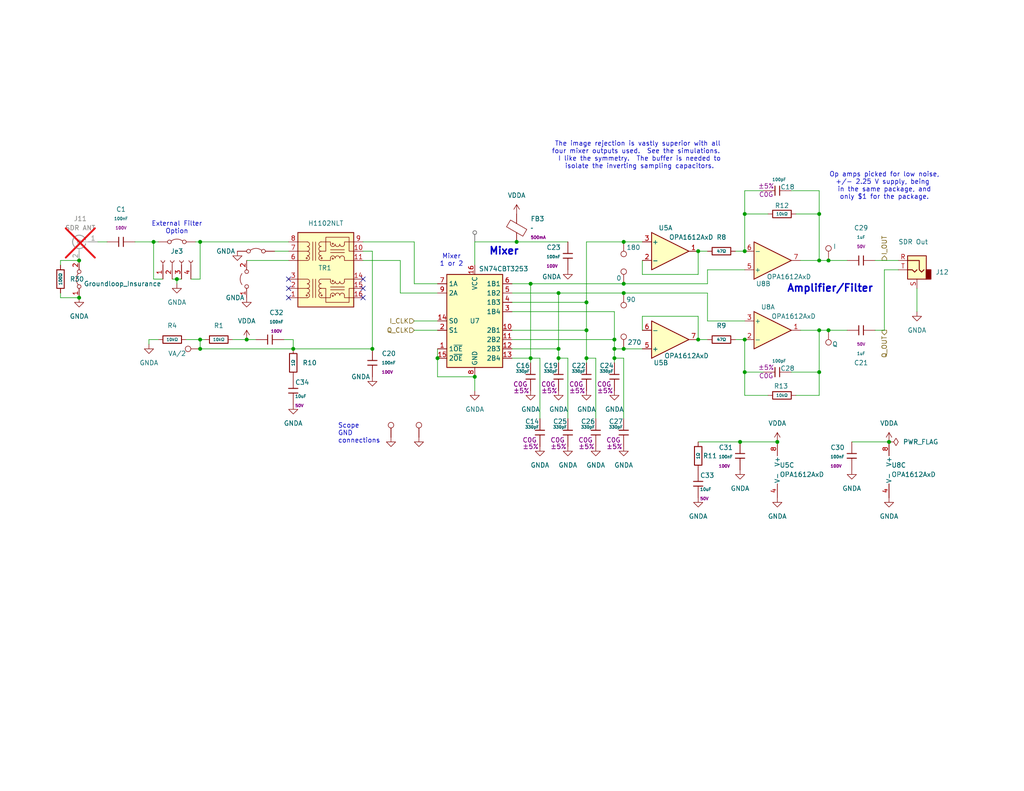
<source format=kicad_sch>
(kicad_sch (version 20250114) (generator "eeschema") (generator_version "9.0")
  (paper "USLetter")
  (title_block (date "2026-01-11") (rev "0.1"))
  (text "Mixer\n1 or 2" (at 123.19 71.12 0) (effects (font (size 1.27 1.27))))
  (text "Op amps picked for low noise,\n+/- 2.25 V supply, being \nin the same package, and\nonly $1 for the package." (at 241.3 50.8 0) (effects (font (size 1.27 1.27))))
  (text "External Filter\nOption" (at 48.26 62.23 0) (effects (font (size 1.27 1.27))))
  (text "The image rejection is vastly superior with all \nfour mixer outputs used.  See the simulations.  \nI like the symmetry.  The buffer is needed to\nisolate the inverting sampling capacitors." (at 174.498 42.418 0) (effects (font (size 1.27 1.27))))
  (text "Mixer" (at 133.35 69.85 0) (effects (font (size 2.0066 2.0066) (thickness 0.4013) (bold yes)) (justify left bottom)))
  (text "Scope \nGND\nconnections" (at 92.202 121.158 0) (effects (font (size 1.27 1.27)) (justify left bottom)))
  (text "Amplifier/Filter\n" (at 214.63 80.01 0) (effects (font (size 2.0066 2.0066) (thickness 0.4013) (bold yes)) (justify left bottom)))
  (junction (at 80.01 95.25))
  (junction (at 201.93 120.65))
  (junction (at 167.64 92.71))
  (junction (at 41.91 66.04))
  (junction (at 140.97 66.04))
  (junction (at 167.64 95.25))
  (junction (at 152.4 95.25))
  (junction (at 190.5 92.71))
  (junction (at 160.02 90.17))
  (junction (at 54.61 92.71))
  (junction (at 203.2 92.71))
  (junction (at 48.26 76.2))
  (junction (at 223.52 58.42))
  (junction (at 21.59 71.12))
  (junction (at 144.78 97.79))
  (junction (at 167.64 97.79))
  (junction (at 226.06 71.12))
  (junction (at 223.52 90.17))
  (junction (at 203.2 101.6))
  (junction (at 223.52 101.6))
  (junction (at 170.18 95.25))
  (junction (at 160.02 97.79))
  (junction (at 203.2 68.58))
  (junction (at 203.2 58.42))
  (junction (at 160.02 82.55))
  (junction (at 144.78 77.47))
  (junction (at 152.4 80.01))
  (junction (at 212.09 120.65))
  (junction (at 67.31 92.71))
  (junction (at 152.4 97.79))
  (junction (at 54.61 66.04))
  (junction (at 129.54 102.87))
  (junction (at 54.61 95.25))
  (junction (at 170.18 80.01))
  (junction (at 21.59 81.28))
  (junction (at 170.18 66.04))
  (junction (at 223.52 71.12))
  (junction (at 119.38 97.79))
  (junction (at 170.18 77.47))
  (junction (at 242.57 120.65))
  (junction (at 226.06 90.17))
  (junction (at 101.6 95.25))
  (junction (at 190.5 68.58))
  (no_connect (at 99.06 81.28))
  (no_connect (at 78.74 81.28))
  (no_connect (at 78.74 78.74))
  (no_connect (at 99.06 78.74))
  (no_connect (at 99.06 76.2))
  (no_connect (at 78.74 76.2))
  (wire (pts (xy 203.2 58.42) (xy 203.2 68.58)))
  (wire (pts (xy 190.5 68.58) (xy 190.5 74.93)))
  (wire (pts (xy 139.7 80.01) (xy 152.4 80.01)))
  (wire (pts (xy 99.06 71.12) (xy 109.22 71.12)))
  (wire (pts (xy 223.52 52.07) (xy 223.52 58.42)))
  (wire (pts (xy 109.22 71.12) (xy 109.22 80.01)))
  (wire (pts (xy 119.38 102.87) (xy 129.54 102.87)))
  (wire (pts (xy 190.5 92.71) (xy 193.04 92.71)))
  (wire (pts (xy 109.22 80.01) (xy 119.38 80.01)))
  (wire (pts (xy 119.38 95.25) (xy 119.38 97.79)))
  (wire (pts (xy 193.04 80.01) (xy 193.04 87.63)))
  (wire (pts (xy 203.2 101.6) (xy 203.2 107.95)))
  (wire (pts (xy 16.51 72.39) (xy 16.51 71.12)))
  (wire (pts (xy 101.6 95.25) (xy 80.01 95.25)))
  (wire (pts (xy 54.61 92.71) (xy 55.88 92.71)))
  (wire (pts (xy 203.2 107.95) (xy 209.55 107.95)))
  (wire (pts (xy 139.7 85.09) (xy 167.64 85.09)))
  (wire (pts (xy 160.02 66.04) (xy 170.18 66.04)))
  (wire (pts (xy 16.51 81.28) (xy 21.59 81.28)))
  (wire (pts (xy 203.2 58.42) (xy 203.2 52.07)))
  (wire (pts (xy 238.76 71.12) (xy 245.11 71.12)))
  (wire (pts (xy 52.07 76.2) (xy 54.61 76.2)))
  (wire (pts (xy 139.7 95.25) (xy 152.4 95.25)))
  (wire (pts (xy 223.52 101.6) (xy 223.52 107.95)))
  (wire (pts (xy 190.5 68.58) (xy 193.04 68.58)))
  (wire (pts (xy 129.54 72.39) (xy 129.54 66.04)))
  (wire (pts (xy 241.3 73.66) (xy 245.11 73.66)))
  (wire (pts (xy 44.45 76.2) (xy 41.91 76.2)))
  (wire (pts (xy 175.26 74.93) (xy 190.5 74.93)))
  (wire (pts (xy 144.78 77.47) (xy 144.78 97.79)))
  (wire (pts (xy 54.61 76.2) (xy 54.61 66.04)))
  (wire (pts (xy 170.18 95.25) (xy 175.26 95.25)))
  (wire (pts (xy 160.02 82.55) (xy 160.02 66.04)))
  (wire (pts (xy 139.7 90.17) (xy 160.02 90.17)))
  (wire (pts (xy 167.64 99.06) (xy 167.64 97.79)))
  (wire (pts (xy 139.7 97.79) (xy 144.78 97.79)))
  (wire (pts (xy 226.06 71.12) (xy 231.14 71.12)))
  (wire (pts (xy 170.18 80.01) (xy 193.04 80.01)))
  (wire (pts (xy 152.4 95.25) (xy 152.4 97.79)))
  (wire (pts (xy 190.5 86.36) (xy 175.26 86.36)))
  (wire (pts (xy 241.3 73.66) (xy 241.3 90.17)))
  (wire (pts (xy 190.5 120.65) (xy 201.93 120.65)))
  (wire (pts (xy 67.31 71.12) (xy 78.74 71.12)))
  (wire (pts (xy 147.32 114.3) (xy 147.32 97.79)))
  (wire (pts (xy 152.4 80.01) (xy 170.18 80.01)))
  (wire (pts (xy 167.64 92.71) (xy 167.64 95.25)))
  (wire (pts (xy 99.06 68.58) (xy 101.6 68.58)))
  (wire (pts (xy 160.02 99.06) (xy 160.02 97.79)))
  (wire (pts (xy 167.64 95.25) (xy 170.18 95.25)))
  (wire (pts (xy 139.7 77.47) (xy 144.78 77.47)))
  (wire (pts (xy 226.06 90.17) (xy 231.14 90.17)))
  (wire (pts (xy 69.85 92.71) (xy 67.31 92.71)))
  (wire (pts (xy 223.52 101.6) (xy 223.52 90.17)))
  (wire (pts (xy 113.03 77.47) (xy 113.03 66.04)))
  (wire (pts (xy 215.9 101.6) (xy 223.52 101.6)))
  (wire (pts (xy 53.34 66.04) (xy 54.61 66.04)))
  (wire (pts (xy 223.52 90.17) (xy 226.06 90.17)))
  (wire (pts (xy 154.94 114.3) (xy 154.94 97.79)))
  (wire (pts (xy 54.61 66.04) (xy 78.74 66.04)))
  (wire (pts (xy 152.4 80.01) (xy 152.4 95.25)))
  (wire (pts (xy 217.17 58.42) (xy 223.52 58.42)))
  (wire (pts (xy 40.64 92.71) (xy 40.64 93.98)))
  (wire (pts (xy 193.04 73.66) (xy 203.2 73.66)))
  (wire (pts (xy 119.38 77.47) (xy 113.03 77.47)))
  (wire (pts (xy 144.78 97.79) (xy 144.78 99.06)))
  (wire (pts (xy 129.54 66.04) (xy 140.97 66.04)))
  (wire (pts (xy 203.2 101.6) (xy 208.28 101.6)))
  (wire (pts (xy 80.01 92.71) (xy 80.01 95.25)))
  (wire (pts (xy 167.64 85.09) (xy 167.64 92.71)))
  (wire (pts (xy 200.66 68.58) (xy 203.2 68.58)))
  (wire (pts (xy 54.61 92.71) (xy 50.8 92.71)))
  (wire (pts (xy 16.51 80.01) (xy 16.51 81.28)))
  (wire (pts (xy 203.2 52.07) (xy 208.28 52.07)))
  (wire (pts (xy 201.93 120.65) (xy 212.09 120.65)))
  (wire (pts (xy 167.64 97.79) (xy 170.18 97.79)))
  (wire (pts (xy 129.54 102.87) (xy 129.54 106.68)))
  (wire (pts (xy 54.61 95.25) (xy 54.61 92.71)))
  (wire (pts (xy 170.18 77.47) (xy 193.04 77.47)))
  (wire (pts (xy 16.51 71.12) (xy 21.59 71.12)))
  (wire (pts (xy 170.18 114.3) (xy 170.18 97.79)))
  (wire (pts (xy 74.93 68.58) (xy 78.74 68.58)))
  (wire (pts (xy 46.99 76.2) (xy 48.26 76.2)))
  (wire (pts (xy 41.91 76.2) (xy 41.91 66.04)))
  (wire (pts (xy 144.78 77.47) (xy 170.18 77.47)))
  (wire (pts (xy 215.9 52.07) (xy 223.52 52.07)))
  (wire (pts (xy 175.26 86.36) (xy 175.26 90.17)))
  (wire (pts (xy 160.02 97.79) (xy 160.02 90.17)))
  (wire (pts (xy 147.32 97.79) (xy 144.78 97.79)))
  (wire (pts (xy 190.5 92.71) (xy 190.5 86.36)))
  (wire (pts (xy 223.52 71.12) (xy 226.06 71.12)))
  (wire (pts (xy 26.67 66.04) (xy 29.21 66.04)))
  (wire (pts (xy 232.41 120.65) (xy 242.57 120.65)))
  (wire (pts (xy 99.06 66.04) (xy 113.03 66.04)))
  (wire (pts (xy 113.03 90.17) (xy 119.38 90.17)))
  (wire (pts (xy 193.04 77.47) (xy 193.04 73.66)))
  (wire (pts (xy 48.26 76.2) (xy 49.53 76.2)))
  (wire (pts (xy 238.76 90.17) (xy 241.3 90.17)))
  (wire (pts (xy 43.18 92.71) (xy 40.64 92.71)))
  (wire (pts (xy 101.6 68.58) (xy 101.6 95.25)))
  (wire (pts (xy 250.19 78.74) (xy 250.19 85.09)))
  (wire (pts (xy 113.03 87.63) (xy 119.38 87.63)))
  (wire (pts (xy 170.18 66.04) (xy 175.26 66.04)))
  (wire (pts (xy 175.26 71.12) (xy 175.26 74.93)))
  (wire (pts (xy 139.7 82.55) (xy 160.02 82.55)))
  (wire (pts (xy 41.91 66.04) (xy 43.18 66.04)))
  (wire (pts (xy 218.44 71.12) (xy 223.52 71.12)))
  (wire (pts (xy 218.44 90.17) (xy 223.52 90.17)))
  (wire (pts (xy 119.38 97.79) (xy 119.38 102.87)))
  (wire (pts (xy 162.56 97.79) (xy 160.02 97.79)))
  (wire (pts (xy 48.26 76.2) (xy 48.26 77.47)))
  (wire (pts (xy 154.94 97.79) (xy 152.4 97.79)))
  (wire (pts (xy 193.04 87.63) (xy 203.2 87.63)))
  (wire (pts (xy 77.47 92.71) (xy 80.01 92.71)))
  (wire (pts (xy 223.52 58.42) (xy 223.52 71.12)))
  (wire (pts (xy 160.02 90.17) (xy 160.02 82.55)))
  (wire (pts (xy 200.66 92.71) (xy 203.2 92.71)))
  (wire (pts (xy 217.17 107.95) (xy 223.52 107.95)))
  (wire (pts (xy 139.7 92.71) (xy 167.64 92.71)))
  (wire (pts (xy 203.2 58.42) (xy 209.55 58.42)))
  (wire (pts (xy 162.56 114.3) (xy 162.56 97.79)))
  (wire (pts (xy 140.97 66.04) (xy 154.94 66.04)))
  (wire (pts (xy 80.01 95.25) (xy 54.61 95.25)))
  (wire (pts (xy 203.2 92.71) (xy 203.2 101.6)))
  (wire (pts (xy 167.64 97.79) (xy 167.64 95.25)))
  (wire (pts (xy 63.5 92.71) (xy 67.31 92.71)))
  (wire (pts (xy 36.83 66.04) (xy 41.91 66.04)))
  (wire (pts (xy 152.4 97.79) (xy 152.4 99.06)))
  (hierarchical_label "I_OUT" (shape output) (at 241.3 71.12 90))
  (hierarchical_label "Q_CLK" (shape input) (at 113.03 90.17 180))
  (hierarchical_label "Q_OUT" (shape output) (at 241.3 90.17 270))
  (hierarchical_label "I_CLK" (shape input) (at 113.03 87.63 180))
  (netclass_flag "" (length 2.54) (shape round) (at 129.54 66.04 0) (property "Netclass" "5V" (effects (hide yes))))
  (symbol (lib_id "power:GNDA") (at 67.31 81.28 0) (unit 1)
    (property "Reference" "#PWR021" (effects (hide yes)))
    (property "Value" "GNDA" (at 64.135 81.28 0))
  )
  (symbol (lib_id "power:VDDA") (at 140.97 58.42 0) (unit 1)
    (property "Reference" "#PWR028" (effects (hide yes)))
    (property "Value" "VDDA" (at 140.97 53.34 0))
  )
  (symbol (lib_id "power:GNDA") (at 170.18 121.92 0) (unit 1)
    (property "Reference" "#PWR037" (effects (hide yes)))
    (property "Value" "GNDA" (at 170.18 127 0))
  )
  (symbol (lib_name "GND_1") (lib_id "power:GND") (at 106.68 119.38 0) (unit 1)
    (property "Reference" "#PWR025" (effects (hide yes)))
    (property "Value" "GND" (effects (hide yes)))
  )
  (symbol (lib_id "PCM_JLCPCB-Capacitors:0603,330pF") (at 144.78 102.87 0) (unit 1)
    (property "Reference" "C16" (at 140.716 99.822 0) (effects (justify left)))
    (property "Value" "330pF" (at 140.716 101.346 0) (effects (font (size 0.8 0.8)) (justify left)))
    (property "Footprint" "PCM_JLCPCB:C_0603" (effects (hide yes)))
    (property "Datasheet" "https://www.lcsc.com/datasheet/lcsc_datasheet_2304140030_Samsung-Electro-Mechanics-CL10C331JB8NNNC_C1664.pdf" (effects (hide yes)))
    (property "Description" "50V 330pF C0G ±5% 0603 Multilayer Ceramic Capacitors MLCC - SMD/SMT ROHS" (effects (hide yes)))
    (property "LCSC" "C1664" (effects (hide yes)))
    (property "Stock" "352516" (effects (hide yes)))
    (property "Price" "0.010USD" (effects (hide yes)))
    (property "Process" "SMT" (effects (hide yes)))
    (property "Minimum Qty" "20" (effects (hide yes)))
    (property "Attrition Qty" "10" (effects (hide yes)))
    (property "Class" "Basic Component" (effects (hide yes)))
    (property "Category" "Capacitors,Multilayer Ceramic Capacitors MLCC - SMD/SMT" (effects (hide yes)))
    (property "Manufacturer" "Samsung Electro-Mechanics" (effects (hide yes)))
    (property "Part" "CL10C331JB8NNNC" (effects (hide yes)))
    (property "Voltage Rated" "50V" (effects (hide yes)))
    (property "Tolerance" "±5%" (at 142.24 106.68 0))
    (property "Capacitance" "330pF" (effects (hide yes)))
    (property "Temperature Coefficient" "C0G" (at 141.986 104.902 0))
  )
  (symbol (lib_id "Connector:Conn_Coaxial") (at 21.59 66.04 0) (mirror y) (unit 1) (dnp yes)
    (property "Reference" "J11" (at 21.9074 59.69 0))
    (property "Value" "SDR ANT" (at 21.9074 62.23 0))
    (property "Footprint" "Connector_Coaxial:BNC_TEConnectivity_1478204_Vertical" (effects (hide yes)))
  )
  (symbol (lib_id "PCM_JLCPCB-Resistors:0805,10kΩ") (at 46.99 92.71 90) (unit 1)
    (property "Reference" "R4" (at 46.99 88.9 90))
    (property "Value" "10kΩ" (at 46.99 92.71 90) (effects (font (size 0.8 0.8))))
    (property "Footprint" "PCM_JLCPCB:R_0805" (effects (hide yes)))
    (property "Datasheet" "https://www.lcsc.com/datasheet/lcsc_datasheet_2411221126_UNI-ROYAL-Uniroyal-Elec-0805W8F1002T5E_C17414.pdf" (effects (hide yes)))
    (property "Description" "125mW Thick Film Resistors 150V ±100ppm/°C ±1% 10kΩ 0805 Chip Resistor - Surface Mount ROHS" (effects (hide yes)))
    (property "LCSC" "C17414" (effects (hide yes)))
    (property "Stock" "12301172" (effects (hide yes)))
    (property "Price" "0.005USD" (effects (hide yes)))
    (property "Process" "SMT" (effects (hide yes)))
    (property "Minimum Qty" "20" (effects (hide yes)))
    (property "Attrition Qty" "10" (effects (hide yes)))
    (property "Class" "Basic Component" (effects (hide yes)))
    (property "Category" "Resistors,Chip Resistor - Surface Mount" (effects (hide yes)))
    (property "Manufacturer" "UNI-ROYAL(Uniroyal Elec)" (effects (hide yes)))
    (property "Part" "0805W8F1002T5E" (effects (hide yes)))
    (property "Resistance" "10kΩ" (effects (hide yes)))
    (property "Power(Watts)" "125mW" (effects (hide yes)))
    (property "Type" "Thick Film Resistors" (effects (hide yes)))
    (property "Overload Voltage (Max)" "150V" (effects (hide yes)))
    (property "Operating Temperature Range" "-55°C~+155°C" (effects (hide yes)))
    (property "Tolerance" "±1%" (effects (hide yes)))
    (property "Temperature Coefficient" "±100ppm/°C" (effects (hide yes)))
  )
  (symbol (lib_name "Jumper_2_Bridged_1") (lib_id "Jumper:Jumper_2_Bridged") (at 21.59 76.2 90) (unit 1)
    (property "Reference" "e2" (effects (hide yes)))
    (property "Value" "Groundloop_Insurance" (at 22.86 77.4699 90) (effects (justify right)))
    (property "Footprint" "Jumper:SolderJumper-2_P1.3mm_Bridged_RoundedPad1.0x1.5mm" (effects (hide yes)))
    (property "Description" "Jumper, 2-pole, closed/bridged" (effects (hide yes)))
  )
  (symbol (lib_id "Connector:TestPoint") (at 54.61 95.25 90) (unit 1)
    (property "Reference" "TP11" (effects (hide yes)))
    (property "Value" "VA/2" (at 50.8 96.52 90) (effects (justify left)))
    (property "Footprint" "TestPoint:TestPoint_THTPad_D1.0mm_Drill0.5mm" (effects (hide yes)))
  )
  (symbol (lib_id "Connector:TestPoint") (at 226.06 71.12 0) (unit 1)
    (property "Reference" "TP17" (effects (hide yes)))
    (property "Value" "I" (at 227.33 67.31 0) (effects (justify left)))
    (property "Footprint" "TestPoint:TestPoint_THTPad_D1.0mm_Drill0.5mm" (effects (hide yes)))
  )
  (symbol (lib_id "power:GNDA") (at 212.09 135.89 0) (unit 1)
    (property "Reference" "#PWR041" (effects (hide yes)))
    (property "Value" "GNDA" (at 212.09 140.97 0))
  )
  (symbol (lib_id "PCM_JLCPCB-Capacitors:0805,100nF") (at 232.41 124.46 180) (unit 1)
    (property "Reference" "C30" (at 226.568 122.1739 0) (effects (justify right)))
    (property "Value" "100nF" (at 226.568 124.714 0) (effects (font (size 0.8 0.8)) (justify right)))
    (property "Footprint" "PCM_JLCPCB:C_0805" (effects (hide yes)))
    (property "Datasheet" "https://www.lcsc.com/datasheet/lcsc_datasheet_2304140030_Samsung-Electro-Mechanics-CL21B104KCFNNNE_C28233.pdf" (effects (hide yes)))
    (property "Description" "100V 100nF X7R ±10% 0805 Multilayer Ceramic Capacitors MLCC - SMD/SMT ROHS" (effects (hide yes)))
    (property "LCSC" "C28233" (effects (hide yes)))
    (property "Stock" "1168020" (effects (hide yes)))
    (property "Price" "0.009USD" (effects (hide yes)))
    (property "Process" "SMT" (effects (hide yes)))
    (property "Minimum Qty" "20" (effects (hide yes)))
    (property "Attrition Qty" "10" (effects (hide yes)))
    (property "Class" "Basic Component" (effects (hide yes)))
    (property "Category" "Capacitors,Multilayer Ceramic Capacitors MLCC - SMD/SMT" (effects (hide yes)))
    (property "Manufacturer" "Samsung Electro-Mechanics" (effects (hide yes)))
    (property "Part" "CL21B104KCFNNNE" (effects (hide yes)))
    (property "Voltage Rated" "100V" (at 226.568 127.254 0) (effects (font (size 0.8 0.8)) (justify right)))
    (property "Tolerance" "±10%" (effects (hide yes)))
    (property "Capacitance" "100nF" (effects (hide yes)))
    (property "Temperature Coefficient" "X7R" (effects (hide yes)))
  )
  (symbol (lib_id "power:VDDA") (at 212.09 120.65 0) (unit 1)
    (property "Reference" "#PWR040" (effects (hide yes)))
    (property "Value" "VDDA" (at 212.09 115.57 0))
  )
  (symbol (lib_id "power:GNDA") (at 154.94 73.66 0) (unit 1)
    (property "Reference" "#PWR032" (effects (hide yes)))
    (property "Value" "GNDA" (at 150.495 75.565 0))
  )
  (symbol (lib_id "Transformer:PT61017PEL") (at 88.9 73.66 0) (unit 1)
    (property "Reference" "TR1" (at 88.646 73.152 0))
    (property "Value" "H1102NLT" (at 88.9 60.96 0))
    (property "Footprint" "Intro_to_CAD:XFMR_H1102NLT" (effects (hide yes)))
    (property "Datasheet" "https://jlcpcb.com/api/file/downloadByFileSystemAccessId/8590909348199538688" (effects (hide yes)))
    (property "Description" "Ethernet LAN 10/100 Base-Tx Transformer with Center Taps" (effects (hide yes)))
    (property "LCSC" "C20623173" (effects (hide yes)))
  )
  (symbol (lib_id "PCM_JLCPCB-Resistors:0805,47Ω") (at 196.85 68.58 90) (unit 1)
    (property "Reference" "R8" (at 196.85 64.77 90))
    (property "Value" "47Ω" (at 196.85 68.58 90) (effects (font (size 0.8 0.8))))
    (property "Footprint" "PCM_JLCPCB:R_0805" (effects (hide yes)))
    (property "Datasheet" "https://www.lcsc.com/datasheet/lcsc_datasheet_2206010200_UNI-ROYAL-Uniroyal-Elec-0805W8F470JT5E_C17714.pdf" (effects (hide yes)))
    (property "Description" "125mW Thick Film Resistors 150V ±1% ±200ppm/°C 47Ω 0805 Chip Resistor - Surface Mount ROHS" (effects (hide yes)))
    (property "LCSC" "C17714" (effects (hide yes)))
    (property "Stock" "284364" (effects (hide yes)))
    (property "Price" "0.005USD" (effects (hide yes)))
    (property "Process" "SMT" (effects (hide yes)))
    (property "Minimum Qty" "20" (effects (hide yes)))
    (property "Attrition Qty" "10" (effects (hide yes)))
    (property "Class" "Basic Component" (effects (hide yes)))
    (property "Category" "Resistors,Chip Resistor - Surface Mount" (effects (hide yes)))
    (property "Manufacturer" "UNI-ROYAL(Uniroyal Elec)" (effects (hide yes)))
    (property "Part" "0805W8F470JT5E" (effects (hide yes)))
    (property "Resistance" "47Ω" (effects (hide yes)))
    (property "Power(Watts)" "125mW" (effects (hide yes)))
    (property "Type" "Thick Film Resistors" (effects (hide yes)))
    (property "Overload Voltage (Max)" "150V" (effects (hide yes)))
    (property "Operating Temperature Range" "-55°C~+155°C" (effects (hide yes)))
    (property "Tolerance" "±1%" (effects (hide yes)))
    (property "Temperature Coefficient" "±200ppm/°C" (effects (hide yes)))
  )
  (symbol (lib_id "PCM_JLCPCB-Capacitors:0805,100nF") (at 73.66 92.71 90) (unit 1)
    (property "Reference" "C32" (at 75.438 85.344 90))
    (property "Value" "100nF" (at 75.438 87.884 90) (effects (font (size 0.8 0.8))))
    (property "Footprint" "PCM_JLCPCB:C_0805" (effects (hide yes)))
    (property "Datasheet" "https://www.lcsc.com/datasheet/lcsc_datasheet_2304140030_Samsung-Electro-Mechanics-CL21B104KCFNNNE_C28233.pdf" (effects (hide yes)))
    (property "Description" "100V 100nF X7R ±10% 0805 Multilayer Ceramic Capacitors MLCC - SMD/SMT ROHS" (effects (hide yes)))
    (property "LCSC" "C28233" (effects (hide yes)))
    (property "Stock" "1168020" (effects (hide yes)))
    (property "Price" "0.009USD" (effects (hide yes)))
    (property "Process" "SMT" (effects (hide yes)))
    (property "Minimum Qty" "20" (effects (hide yes)))
    (property "Attrition Qty" "10" (effects (hide yes)))
    (property "Class" "Basic Component" (effects (hide yes)))
    (property "Category" "Capacitors,Multilayer Ceramic Capacitors MLCC - SMD/SMT" (effects (hide yes)))
    (property "Manufacturer" "Samsung Electro-Mechanics" (effects (hide yes)))
    (property "Part" "CL21B104KCFNNNE" (effects (hide yes)))
    (property "Voltage Rated" "100V" (at 75.438 90.424 90) (effects (font (size 0.8 0.8))))
    (property "Tolerance" "±10%" (effects (hide yes)))
    (property "Capacitance" "100nF" (effects (hide yes)))
    (property "Temperature Coefficient" "X7R" (effects (hide yes)))
  )
  (symbol (lib_id "PCM_JLCPCB-Resistors:0805,100Ω") (at 16.51 76.2 0) (unit 1)
    (property "Reference" "R30" (at 19.05 76.1999 0) (effects (justify left)))
    (property "Value" "100Ω" (at 16.51 76.2 90) (effects (font (size 0.8 0.8))))
    (property "Footprint" "PCM_JLCPCB:R_0805" (effects (hide yes)))
    (property "Datasheet" "https://www.lcsc.com/datasheet/lcsc_datasheet_2411221126_UNI-ROYAL-Uniroyal-Elec-0805W8F1000T5E_C17408.pdf" (effects (hide yes)))
    (property "Description" "125mW Thick Film Resistors 150V ±100ppm/°C ±1% 100Ω 0805 Chip Resistor - Surface Mount ROHS" (effects (hide yes)))
    (property "LCSC" "C17408" (effects (hide yes)))
    (property "Stock" "3356429" (effects (hide yes)))
    (property "Price" "0.005USD" (effects (hide yes)))
    (property "Process" "SMT" (effects (hide yes)))
    (property "Minimum Qty" "20" (effects (hide yes)))
    (property "Attrition Qty" "10" (effects (hide yes)))
    (property "Class" "Basic Component" (effects (hide yes)))
    (property "Category" "Resistors,Chip Resistor - Surface Mount" (effects (hide yes)))
    (property "Manufacturer" "UNI-ROYAL(Uniroyal Elec)" (effects (hide yes)))
    (property "Part" "0805W8F1000T5E" (effects (hide yes)))
    (property "Resistance" "100Ω" (effects (hide yes)))
    (property "Power(Watts)" "125mW" (effects (hide yes)))
    (property "Type" "Thick Film Resistors" (effects (hide yes)))
    (property "Overload Voltage (Max)" "150V" (effects (hide yes)))
    (property "Operating Temperature Range" "-55°C~+155°C" (effects (hide yes)))
    (property "Tolerance" "±1%" (effects (hide yes)))
    (property "Temperature Coefficient" "±100ppm/°C" (effects (hide yes)))
  )
  (symbol (lib_id "power:VDDA") (at 67.31 92.71 0) (unit 1)
    (property "Reference" "#PWR022" (effects (hide yes)))
    (property "Value" "VDDA" (at 67.31 87.63 0))
  )
  (symbol (lib_id "PCM_JLCPCB-Capacitors:0603,330pF") (at 152.4 102.87 0) (unit 1)
    (property "Reference" "C19" (at 148.336 99.822 0) (effects (justify left)))
    (property "Value" "330pF" (at 148.336 101.346 0) (effects (font (size 0.8 0.8)) (justify left)))
    (property "Footprint" "PCM_JLCPCB:C_0603" (effects (hide yes)))
    (property "Datasheet" "https://www.lcsc.com/datasheet/lcsc_datasheet_2304140030_Samsung-Electro-Mechanics-CL10C331JB8NNNC_C1664.pdf" (effects (hide yes)))
    (property "Description" "50V 330pF C0G ±5% 0603 Multilayer Ceramic Capacitors MLCC - SMD/SMT ROHS" (effects (hide yes)))
    (property "LCSC" "C1664" (effects (hide yes)))
    (property "Stock" "352516" (effects (hide yes)))
    (property "Price" "0.010USD" (effects (hide yes)))
    (property "Process" "SMT" (effects (hide yes)))
    (property "Minimum Qty" "20" (effects (hide yes)))
    (property "Attrition Qty" "10" (effects (hide yes)))
    (property "Class" "Basic Component" (effects (hide yes)))
    (property "Category" "Capacitors,Multilayer Ceramic Capacitors MLCC - SMD/SMT" (effects (hide yes)))
    (property "Manufacturer" "Samsung Electro-Mechanics" (effects (hide yes)))
    (property "Part" "CL10C331JB8NNNC" (effects (hide yes)))
    (property "Voltage Rated" "50V" (effects (hide yes)))
    (property "Tolerance" "±5%" (at 149.86 106.68 0))
    (property "Capacitance" "330pF" (effects (hide yes)))
    (property "Temperature Coefficient" "C0G" (at 149.606 104.902 0))
  )
  (symbol (lib_id "power:GNDA") (at 147.32 121.92 0) (unit 1)
    (property "Reference" "#PWR030" (effects (hide yes)))
    (property "Value" "GNDA" (at 147.32 127 0))
  )
  (symbol (lib_id "PCM_JLCPCB-Resistors:0805,10kΩ") (at 213.36 107.95 90) (unit 1)
    (property "Reference" "R13" (at 213.106 105.41 90))
    (property "Value" "10kΩ" (at 213.36 107.95 90) (effects (font (size 0.8 0.8))))
    (property "Footprint" "PCM_JLCPCB:R_0805" (effects (hide yes)))
    (property "Datasheet" "https://www.lcsc.com/datasheet/lcsc_datasheet_2411221126_UNI-ROYAL-Uniroyal-Elec-0805W8F1002T5E_C17414.pdf" (effects (hide yes)))
    (property "Description" "125mW Thick Film Resistors 150V ±100ppm/°C ±1% 10kΩ 0805 Chip Resistor - Surface Mount ROHS" (effects (hide yes)))
    (property "LCSC" "C17414" (effects (hide yes)))
    (property "Stock" "12301172" (effects (hide yes)))
    (property "Price" "0.005USD" (effects (hide yes)))
    (property "Process" "SMT" (effects (hide yes)))
    (property "Minimum Qty" "20" (effects (hide yes)))
    (property "Attrition Qty" "10" (effects (hide yes)))
    (property "Class" "Basic Component" (effects (hide yes)))
    (property "Category" "Resistors,Chip Resistor - Surface Mount" (effects (hide yes)))
    (property "Manufacturer" "UNI-ROYAL(Uniroyal Elec)" (effects (hide yes)))
    (property "Part" "0805W8F1002T5E" (effects (hide yes)))
    (property "Resistance" "10kΩ" (effects (hide yes)))
    (property "Power(Watts)" "125mW" (effects (hide yes)))
    (property "Type" "Thick Film Resistors" (effects (hide yes)))
    (property "Overload Voltage (Max)" "150V" (effects (hide yes)))
    (property "Operating Temperature Range" "-55°C~+155°C" (effects (hide yes)))
    (property "Tolerance" "±1%" (effects (hide yes)))
    (property "Temperature Coefficient" "±100ppm/°C" (effects (hide yes)))
  )
  (symbol (lib_id "PCM_JLCPCB-Capacitors:1206,10uF") (at 80.01 106.68 0) (unit 1)
    (property "Reference" "C34" (at 80.518 104.394 0) (effects (justify left)))
    (property "Value" "10uF" (at 80.518 108.204 0) (effects (font (size 0.8 0.8)) (justify left)))
    (property "Footprint" "PCM_JLCPCB:C_1206" (effects (hide yes)))
    (property "Datasheet" "https://www.lcsc.com/datasheet/lcsc_datasheet_2304140030_Samsung-Electro-Mechanics-CL31A106KBHNNNE_C13585.pdf" (effects (hide yes)))
    (property "Description" "50V 10uF X5R ±10% 1206 Multilayer Ceramic Capacitors MLCC - SMD/SMT ROHS" (effects (hide yes)))
    (property "LCSC" "C13585" (effects (hide yes)))
    (property "Stock" "3698334" (effects (hide yes)))
    (property "Price" "0.035USD" (effects (hide yes)))
    (property "Process" "SMT" (effects (hide yes)))
    (property "Minimum Qty" "5" (effects (hide yes)))
    (property "Attrition Qty" "4" (effects (hide yes)))
    (property "Class" "Basic Component" (effects (hide yes)))
    (property "Category" "Capacitors,Multilayer Ceramic Capacitors MLCC - SMD/SMT" (effects (hide yes)))
    (property "Manufacturer" "Samsung Electro-Mechanics" (effects (hide yes)))
    (property "Part" "CL31A106KBHNNNE" (effects (hide yes)))
    (property "Voltage Rated" "50V" (at 80.518 110.744 0) (effects (font (size 0.8 0.8)) (justify left)))
    (property "Tolerance" "±10%" (effects (hide yes)))
    (property "Capacitance" "10uF" (effects (hide yes)))
    (property "Temperature Coefficient" "X5R" (effects (hide yes)))
  )
  (symbol (lib_id "power:GNDA") (at 232.41 128.27 0) (unit 1)
    (property "Reference" "#PWR042" (effects (hide yes)))
    (property "Value" "GNDA" (at 232.41 133.35 0))
  )
  (symbol (lib_id "Jumper:Jumper_2_Bridged") (at 48.26 66.04 0) (unit 1) (exclude_from_sim yes)
    (property "Reference" "JP86" (effects (hide yes)))
    (property "Value" "Jumper_2_Bridged" (effects (hide yes)))
    (property "Footprint" "Jumper:SolderJumper-2_P1.3mm_Bridged2Bar_RoundedPad1.0x1.5mm" (effects (hide yes)))
    (property "Description" "Jumper, 2-pole, closed/bridged" (effects (hide yes)))
  )
  (symbol (lib_id "power:GNDA") (at 201.93 128.27 0) (unit 1)
    (property "Reference" "#PWR039" (effects (hide yes)))
    (property "Value" "GNDA" (at 201.93 133.35 0))
  )
  (symbol (lib_id "Jumper:Jumper_2_Open") (at 67.31 76.2 90) (unit 1)
    (property "Reference" "JP88" (effects (hide yes)))
    (property "Value" "GND_LP_SND" (effects (hide yes)))
    (property "Footprint" "Jumper:SolderJumper-2_P1.3mm_Open_RoundedPad1.0x1.5mm" (effects (hide yes)))
  )
  (symbol (lib_id "Connector_Audio:AudioJack2_Ground") (at 250.19 73.66 0) (mirror y) (unit 1)
    (property "Reference" "J12" (at 255.27 74.295 0) (effects (justify right)))
    (property "Value" "SDR Out" (at 245.11 66.04 0) (effects (justify right)))
    (property "Footprint" "Intro_to_CAD:Jack_3.5mm_CUI_SJ-3523-SMT_Horizontal" (effects (hide yes)))
    (property "Datasheet" "https://www.lcsc.com/datasheet/lcsc_datasheet_1811132022_BOOMELE-Boom-Precision-Elec-PJ-320B_C18594.pdf" (effects (hide yes)))
    (property "LCSC" "C18594" (effects (hide yes)))
  )
  (symbol (lib_id "Connector:TestPoint") (at 170.18 77.47 0) (unit 1)
    (property "Reference" "TP14" (effects (hide yes)))
    (property "Value" "0" (at 168.148 75.946 0) (effects (justify left)))
    (property "Footprint" "TestPoint:TestPoint_THTPad_D1.0mm_Drill0.5mm" (effects (hide yes)))
  )
  (symbol (lib_id "PCM_JLCPCB-Capacitors:0805,100nF") (at 101.6 99.06 180) (unit 1)
    (property "Reference" "C20" (at 104.14 96.5199 0) (effects (justify right)))
    (property "Value" "100nF" (at 104.14 99.06 0) (effects (font (size 0.8 0.8)) (justify right)))
    (property "Footprint" "PCM_JLCPCB:C_0805" (effects (hide yes)))
    (property "Datasheet" "https://www.lcsc.com/datasheet/lcsc_datasheet_2304140030_Samsung-Electro-Mechanics-CL21B104KCFNNNE_C28233.pdf" (effects (hide yes)))
    (property "Description" "100V 100nF X7R ±10% 0805 Multilayer Ceramic Capacitors MLCC - SMD/SMT ROHS" (effects (hide yes)))
    (property "LCSC" "C28233" (effects (hide yes)))
    (property "Stock" "1168020" (effects (hide yes)))
    (property "Price" "0.009USD" (effects (hide yes)))
    (property "Process" "SMT" (effects (hide yes)))
    (property "Minimum Qty" "20" (effects (hide yes)))
    (property "Attrition Qty" "10" (effects (hide yes)))
    (property "Class" "Basic Component" (effects (hide yes)))
    (property "Category" "Capacitors,Multilayer Ceramic Capacitors MLCC - SMD/SMT" (effects (hide yes)))
    (property "Manufacturer" "Samsung Electro-Mechanics" (effects (hide yes)))
    (property "Part" "CL21B104KCFNNNE" (effects (hide yes)))
    (property "Voltage Rated" "100V" (at 104.14 101.6 0) (effects (font (size 0.8 0.8)) (justify right)))
    (property "Tolerance" "±10%" (effects (hide yes)))
    (property "Capacitance" "100nF" (effects (hide yes)))
    (property "Temperature Coefficient" "X7R" (effects (hide yes)))
  )
  (symbol (lib_id "PCM_JLCPCB-Capacitors:0805,1uF") (at 234.95 90.17 270) (unit 1)
    (property "Reference" "C21" (at 234.95 99.06 90))
    (property "Value" "1uF" (at 234.95 96.52 90) (effects (font (size 0.8 0.8))))
    (property "Footprint" "PCM_JLCPCB:C_0805" (effects (hide yes)))
    (property "Datasheet" "https://www.lcsc.com/datasheet/lcsc_datasheet_2304140030_Samsung-Electro-Mechanics-CL21B105KBFNNNE_C28323.pdf" (effects (hide yes)))
    (property "Description" "50V 1uF X7R ±10% 0805 Multilayer Ceramic Capacitors MLCC - SMD/SMT ROHS" (effects (hide yes)))
    (property "LCSC" "C28323" (effects (hide yes)))
    (property "Stock" "4334256" (effects (hide yes)))
    (property "Price" "0.012USD" (effects (hide yes)))
    (property "Process" "SMT" (effects (hide yes)))
    (property "Minimum Qty" "20" (effects (hide yes)))
    (property "Attrition Qty" "10" (effects (hide yes)))
    (property "Class" "Basic Component" (effects (hide yes)))
    (property "Category" "Capacitors,Multilayer Ceramic Capacitors MLCC - SMD/SMT" (effects (hide yes)))
    (property "Manufacturer" "Samsung Electro-Mechanics" (effects (hide yes)))
    (property "Part" "CL21B105KBFNNNE" (effects (hide yes)))
    (property "Voltage Rated" "50V" (at 234.95 93.98 90) (effects (font (size 0.8 0.8))))
    (property "Tolerance" "±10%" (effects (hide yes)))
    (property "Capacitance" "1uF" (effects (hide yes)))
    (property "Temperature Coefficient" "X7R" (effects (hide yes)))
  )
  (symbol (lib_name "GND_1") (lib_id "power:GND") (at 114.3 119.38 0) (unit 1)
    (property "Reference" "#PWR026" (effects (hide yes)))
    (property "Value" "GND" (effects (hide yes)))
  )
  (symbol (lib_id "Amplifier_Operational:OPA1612AxD") (at 214.63 128.27 0) (unit 3)
    (property "Reference" "U5" (at 212.725 126.9999 0) (effects (justify left)))
    (property "Value" "OPA1612AxD" (at 212.725 129.5399 0) (effects (justify left)))
    (property "Footprint" "Package_SO:SOIC-8_3.9x4.9mm_P1.27mm" (effects (hide yes)))
    (property "Datasheet" "http://www.ti.com/lit/ds/symlink/opa1612.pdf" (effects (hide yes)))
    (property "Description" "Dual SoundPlus High Performance, Bipolar-Input Audio Operational Amplifiers, SOIC-8" (effects (hide yes)))
    (property "LCSC" "C94590" (effects (hide yes)))
    (property "JLC" "Extended" (effects (hide yes)))
    (property "JLCPCB Rotation Offset" "-90" (effects (hide yes)))
  )
  (symbol (lib_id "PCM_JLCPCB-Capacitors:0603,330pF") (at 160.02 102.87 0) (unit 1)
    (property "Reference" "C22" (at 155.956 99.822 0) (effects (justify left)))
    (property "Value" "330pF" (at 155.956 101.346 0) (effects (font (size 0.8 0.8)) (justify left)))
    (property "Footprint" "PCM_JLCPCB:C_0603" (effects (hide yes)))
    (property "Datasheet" "https://www.lcsc.com/datasheet/lcsc_datasheet_2304140030_Samsung-Electro-Mechanics-CL10C331JB8NNNC_C1664.pdf" (effects (hide yes)))
    (property "Description" "50V 330pF C0G ±5% 0603 Multilayer Ceramic Capacitors MLCC - SMD/SMT ROHS" (effects (hide yes)))
    (property "LCSC" "C1664" (effects (hide yes)))
    (property "Stock" "352516" (effects (hide yes)))
    (property "Price" "0.010USD" (effects (hide yes)))
    (property "Process" "SMT" (effects (hide yes)))
    (property "Minimum Qty" "20" (effects (hide yes)))
    (property "Attrition Qty" "10" (effects (hide yes)))
    (property "Class" "Basic Component" (effects (hide yes)))
    (property "Category" "Capacitors,Multilayer Ceramic Capacitors MLCC - SMD/SMT" (effects (hide yes)))
    (property "Manufacturer" "Samsung Electro-Mechanics" (effects (hide yes)))
    (property "Part" "CL10C331JB8NNNC" (effects (hide yes)))
    (property "Voltage Rated" "50V" (effects (hide yes)))
    (property "Tolerance" "±5%" (at 157.48 106.68 0))
    (property "Capacitance" "330pF" (effects (hide yes)))
    (property "Temperature Coefficient" "C0G" (at 157.226 104.902 0))
  )
  (symbol (lib_id "Connector:TestPoint") (at 170.18 95.25 0) (unit 1)
    (property "Reference" "TP7" (effects (hide yes)))
    (property "Value" "270" (at 171.196 93.472 0) (effects (justify left)))
    (property "Footprint" "TestPoint:TestPoint_THTPad_D1.0mm_Drill0.5mm" (effects (hide yes)))
  )
  (symbol (lib_id "power:GNDA") (at 129.54 106.68 0) (unit 1)
    (property "Reference" "#PWR027" (effects (hide yes)))
    (property "Value" "GNDA" (at 129.54 111.76 0))
  )
  (symbol (lib_id "Analog_Switch:SN74CBT3253") (at 129.54 87.63 0) (unit 1)
    (property "Reference" "U7" (at 129.54 87.63 0))
    (property "Value" "SN74CBT3253" (at 137.414 73.406 0))
    (property "Footprint" "Package_SO:SSOP-16_3.9x4.9mm_P0.635mm" (effects (hide yes)))
    (property "Datasheet" "https://jlcpcb.com/api/file/downloadByFileSystemAccessId/8588924046305714177" (effects (hide yes)))
    (property "LCSC" "C2674583" (effects (hide yes)))
    (property "JLC" "Extended" (effects (hide yes)))
    (property "JLCPCB Rotation Offset" "0" (effects (hide yes)))
  )
  (symbol (lib_id "PCM_JLCPCB-Resistors:0805,1Ω") (at 80.01 99.06 0) (unit 1)
    (property "Reference" "R10" (at 82.55 99.0599 0) (effects (justify left)))
    (property "Value" "1Ω" (at 80.01 99.06 90) (effects (font (size 0.8 0.8))))
    (property "Footprint" "PCM_JLCPCB:R_0805" (effects (hide yes)))
    (property "Datasheet" "https://www.lcsc.com/datasheet/lcsc_datasheet_2205311845_UNI-ROYAL-Uniroyal-Elec-0805W8F100KT5E_C25271.pdf" (effects (hide yes)))
    (property "Description" "125mW Thick Film Resistors 150V ±1% ±400ppm/°C 1Ω 0805 Chip Resistor - Surface Mount ROHS" (effects (hide yes)))
    (property "LCSC" "C25271" (effects (hide yes)))
    (property "Stock" "413540" (effects (hide yes)))
    (property "Price" "0.006USD" (effects (hide yes)))
    (property "Process" "SMT" (effects (hide yes)))
    (property "Minimum Qty" "20" (effects (hide yes)))
    (property "Attrition Qty" "10" (effects (hide yes)))
    (property "Class" "Basic Component" (effects (hide yes)))
    (property "Category" "Resistors,Chip Resistor - Surface Mount" (effects (hide yes)))
    (property "Manufacturer" "UNI-ROYAL(Uniroyal Elec)" (effects (hide yes)))
    (property "Part" "0805W8F100KT5E" (effects (hide yes)))
    (property "Resistance" "1Ω" (effects (hide yes)))
    (property "Power(Watts)" "125mW" (effects (hide yes)))
    (property "Type" "Thick Film Resistors" (effects (hide yes)))
    (property "Overload Voltage (Max)" "150V" (effects (hide yes)))
    (property "Operating Temperature Range" "-55°C~+155°C" (effects (hide yes)))
    (property "Tolerance" "±1%" (effects (hide yes)))
    (property "Temperature Coefficient" "±400ppm/°C" (effects (hide yes)))
  )
  (symbol (lib_id "Connector:Conn_01x04_Socket") (at 46.99 71.12 90) (unit 1)
    (property "Reference" "Je3" (at 48.26 68.58 90))
    (property "Value" "Filter" (effects (hide yes)))
    (property "Footprint" "Connector_PinHeader_2.54mm:PinHeader_1x04_P2.54mm_Vertical" (effects (hide yes)))
    (property "Datasheet" "https://opencoursehub.cs.sfu.ca/bfraser/grav-cms/cmpt433/links/files/2022-student-howtos/RCWL-1601UltrasonicDistanceSensor.pdf" (effects (hide yes)))
    (property "Description" "Generic connector, single row, 01x04, script generated" (effects (hide yes)))
    (property "LCSC" "C2718488" (effects (hide yes)))
  )
  (symbol (lib_id "PCM_JLCPCB-Inductors:Ferrite,0805,(2)") (at 140.97 62.23 180) (unit 1)
    (property "Reference" "FB3" (at 144.78 59.7407 0) (effects (justify right)))
    (property "Value" "~" (at 144.78 62.2808 0) (effects (font (size 0.8 0.8)) (justify right)))
    (property "Footprint" "PCM_JLCPCB:FB_0805" (effects (hide yes)))
    (property "Datasheet" "https://www.lcsc.com/datasheet/lcsc_datasheet_2310301640_Sunlord-GZ2012D601TF_C1017.pdf" (effects (hide yes)))
    (property "Description" "300mΩ ±25% 600Ω@100MHz 0805 Ferrite Beads ROHS" (effects (hide yes)))
    (property "LCSC" "C1017" (effects (hide yes)))
    (property "Stock" "519189" (effects (hide yes)))
    (property "Price" "0.016USD" (effects (hide yes)))
    (property "Process" "SMT" (effects (hide yes)))
    (property "Minimum Qty" "20" (effects (hide yes)))
    (property "Attrition Qty" "10" (effects (hide yes)))
    (property "Class" "Basic Component" (effects (hide yes)))
    (property "Category" "Filters/EMI Optimization,Ferrite Beads" (effects (hide yes)))
    (property "Manufacturer" "Sunlord" (effects (hide yes)))
    (property "Part" "GZ2012D601TF" (effects (hide yes)))
    (property "DC Resistance" "300mΩ" (effects (hide yes)))
    (property "Impedance @ Frequency" "600Ω@100MHz" (effects (hide yes)))
    (property "Circuits" "1" (effects (hide yes)))
    (property "Current Rating" "500mA" (at 144.78 64.8208 0) (effects (font (size 0.8 0.8)) (justify right)))
    (property "Tolerance" "±25%" (effects (hide yes)))
  )
  (symbol (lib_id "PCM_JLCPCB-Capacitors:0805,100pF") (at 212.09 52.07 90) (unit 1)
    (property "Reference" "C18" (at 214.884 51.054 90))
    (property "Value" "100pF" (at 212.598 49.022 90) (effects (font (size 0.8 0.8))))
    (property "Footprint" "PCM_JLCPCB:C_0805" (effects (hide yes)))
    (property "Datasheet" "https://www.lcsc.com/datasheet/lcsc_datasheet_2304140030_Samsung-Electro-Mechanics-CL21C101JBANNNC_C1790.pdf" (effects (hide yes)))
    (property "Description" "50V 100pF C0G ±5% 0805 Multilayer Ceramic Capacitors MLCC - SMD/SMT ROHS" (effects (hide yes)))
    (property "LCSC" "C1790" (effects (hide yes)))
    (property "Stock" "479585" (effects (hide yes)))
    (property "Price" "0.011USD" (effects (hide yes)))
    (property "Process" "SMT" (effects (hide yes)))
    (property "Minimum Qty" "20" (effects (hide yes)))
    (property "Attrition Qty" "10" (effects (hide yes)))
    (property "Class" "Basic Component" (effects (hide yes)))
    (property "Category" "Capacitors,Multilayer Ceramic Capacitors MLCC - SMD/SMT" (effects (hide yes)))
    (property "Manufacturer" "Samsung Electro-Mechanics" (effects (hide yes)))
    (property "Part" "CL21C101JBANNNC" (effects (hide yes)))
    (property "Voltage Rated" "50V" (effects (hide yes)))
    (property "Tolerance" "±5%" (at 209.042 50.8 90))
    (property "Capacitance" "100pF" (effects (hide yes)))
    (property "Temperature Coefficient" "C0G" (at 209.042 53.086 90))
  )
  (symbol (lib_id "power:GNDA") (at 40.64 93.98 0) (unit 1)
    (property "Reference" "#PWR018" (effects (hide yes)))
    (property "Value" "GNDA" (at 40.64 99.06 0))
  )
  (symbol (lib_id "PCM_JLCPCB-Resistors:0805,1Ω") (at 190.5 124.46 0) (unit 1)
    (property "Reference" "R11" (at 191.77 124.46 0) (effects (justify left)))
    (property "Value" "1Ω" (at 190.5 124.46 90) (effects (font (size 0.8 0.8))))
    (property "Footprint" "PCM_JLCPCB:R_0805" (effects (hide yes)))
    (property "Datasheet" "https://www.lcsc.com/datasheet/lcsc_datasheet_2205311845_UNI-ROYAL-Uniroyal-Elec-0805W8F100KT5E_C25271.pdf" (effects (hide yes)))
    (property "Description" "125mW Thick Film Resistors 150V ±1% ±400ppm/°C 1Ω 0805 Chip Resistor - Surface Mount ROHS" (effects (hide yes)))
    (property "LCSC" "C25271" (effects (hide yes)))
    (property "Stock" "413540" (effects (hide yes)))
    (property "Price" "0.006USD" (effects (hide yes)))
    (property "Process" "SMT" (effects (hide yes)))
    (property "Minimum Qty" "20" (effects (hide yes)))
    (property "Attrition Qty" "10" (effects (hide yes)))
    (property "Class" "Basic Component" (effects (hide yes)))
    (property "Category" "Resistors,Chip Resistor - Surface Mount" (effects (hide yes)))
    (property "Manufacturer" "UNI-ROYAL(Uniroyal Elec)" (effects (hide yes)))
    (property "Part" "0805W8F100KT5E" (effects (hide yes)))
    (property "Resistance" "1Ω" (effects (hide yes)))
    (property "Power(Watts)" "125mW" (effects (hide yes)))
    (property "Type" "Thick Film Resistors" (effects (hide yes)))
    (property "Overload Voltage (Max)" "150V" (effects (hide yes)))
    (property "Operating Temperature Range" "-55°C~+155°C" (effects (hide yes)))
    (property "Tolerance" "±1%" (effects (hide yes)))
    (property "Temperature Coefficient" "±400ppm/°C" (effects (hide yes)))
  )
  (symbol (lib_id "Connector:TestPoint") (at 170.18 66.04 180) (unit 1)
    (property "Reference" "TP6" (effects (hide yes)))
    (property "Value" "180" (at 174.752 67.564 0) (effects (justify left)))
    (property "Footprint" "TestPoint:TestPoint_THTPad_D1.0mm_Drill0.5mm" (effects (hide yes)))
  )
  (symbol (lib_id "power:GNDA") (at 48.26 77.47 0) (unit 1)
    (property "Reference" "#PWR019" (effects (hide yes)))
    (property "Value" "GNDA" (at 48.26 82.55 0))
  )
  (symbol (lib_id "Amplifier_Operational:OPA1612AxD") (at 182.88 68.58 0) (unit 1)
    (property "Reference" "U5" (at 181.61 62.23 0))
    (property "Value" "OPA1612AxD" (at 188.595 64.77 0))
    (property "Footprint" "Package_SO:SOIC-8_3.9x4.9mm_P1.27mm" (effects (hide yes)))
    (property "Datasheet" "http://www.ti.com/lit/ds/symlink/opa1612.pdf" (effects (hide yes)))
    (property "Description" "Dual SoundPlus High Performance, Bipolar-Input Audio Operational Amplifiers, SOIC-8" (effects (hide yes)))
    (property "LCSC" "C94590" (effects (hide yes)))
    (property "JLC" "Extended" (effects (hide yes)))
    (property "JLCPCB Rotation Offset" "-90" (effects (hide yes)))
  )
  (symbol (lib_id "PCM_JLCPCB-Capacitors:0603,330pF") (at 154.94 118.11 0) (unit 1)
    (property "Reference" "C25" (at 150.876 115.062 0) (effects (justify left)))
    (property "Value" "330pF" (at 150.876 116.586 0) (effects (font (size 0.8 0.8)) (justify left)))
    (property "Footprint" "PCM_JLCPCB:C_0603" (effects (hide yes)))
    (property "Datasheet" "https://www.lcsc.com/datasheet/lcsc_datasheet_2304140030_Samsung-Electro-Mechanics-CL10C331JB8NNNC_C1664.pdf" (effects (hide yes)))
    (property "Description" "50V 330pF C0G ±5% 0603 Multilayer Ceramic Capacitors MLCC - SMD/SMT ROHS" (effects (hide yes)))
    (property "LCSC" "C1664" (effects (hide yes)))
    (property "Stock" "352516" (effects (hide yes)))
    (property "Price" "0.010USD" (effects (hide yes)))
    (property "Process" "SMT" (effects (hide yes)))
    (property "Minimum Qty" "20" (effects (hide yes)))
    (property "Attrition Qty" "10" (effects (hide yes)))
    (property "Class" "Basic Component" (effects (hide yes)))
    (property "Category" "Capacitors,Multilayer Ceramic Capacitors MLCC - SMD/SMT" (effects (hide yes)))
    (property "Manufacturer" "Samsung Electro-Mechanics" (effects (hide yes)))
    (property "Part" "CL10C331JB8NNNC" (effects (hide yes)))
    (property "Voltage Rated" "50V" (effects (hide yes)))
    (property "Tolerance" "±5%" (at 152.4 121.92 0))
    (property "Capacitance" "330pF" (effects (hide yes)))
    (property "Temperature Coefficient" "C0G" (at 152.146 120.142 0))
  )
  (symbol (lib_id "power:PWR_FLAG") (at 242.57 120.65 270) (unit 1)
    (property "Reference" "#FLG01" (effects (hide yes)))
    (property "Value" "PWR_FLAG" (at 246.38 120.65 90) (effects (justify left)))
  )
  (symbol (lib_id "power:GNDA") (at 250.19 85.09 0) (unit 1)
    (property "Reference" "#PWR045" (effects (hide yes)))
    (property "Value" "GNDA" (at 250.19 90.17 0))
  )
  (symbol (lib_id "power:GNDA") (at 162.56 121.92 0) (unit 1)
    (property "Reference" "#PWR035" (effects (hide yes)))
    (property "Value" "GNDA" (at 162.56 127 0))
  )
  (symbol (lib_id "power:GNDA") (at 160.02 106.68 0) (unit 1)
    (property "Reference" "#PWR034" (effects (hide yes)))
    (property "Value" "GNDA" (at 160.02 111.76 0))
  )
  (symbol (lib_id "power:GNDA") (at 21.59 81.28 0) (unit 1)
    (property "Reference" "#PWR017" (effects (hide yes)))
    (property "Value" "GNDA" (at 21.59 86.36 0))
  )
  (symbol (lib_id "power:GNDA") (at 80.01 110.49 0) (unit 1)
    (property "Reference" "#PWR023" (effects (hide yes)))
    (property "Value" "GNDA" (at 80.01 115.57 0))
  )
  (symbol (lib_id "power:GNDA") (at 101.6 102.87 0) (unit 1)
    (property "Reference" "#PWR024" (effects (hide yes)))
    (property "Value" "GNDA" (at 98.425 102.87 0))
  )
  (symbol (lib_id "PCM_JLCPCB-Capacitors:0805,100nF") (at 33.02 66.04 90) (unit 1)
    (property "Reference" "C1" (at 33.02 57.15 90))
    (property "Value" "100nF" (at 33.02 59.69 90) (effects (font (size 0.8 0.8))))
    (property "Footprint" "PCM_JLCPCB:C_0805" (effects (hide yes)))
    (property "Datasheet" "https://www.lcsc.com/datasheet/lcsc_datasheet_2304140030_Samsung-Electro-Mechanics-CL21B104KCFNNNE_C28233.pdf" (effects (hide yes)))
    (property "Description" "100V 100nF X7R ±10% 0805 Multilayer Ceramic Capacitors MLCC - SMD/SMT ROHS" (effects (hide yes)))
    (property "LCSC" "C28233" (effects (hide yes)))
    (property "Stock" "1168020" (effects (hide yes)))
    (property "Price" "0.009USD" (effects (hide yes)))
    (property "Process" "SMT" (effects (hide yes)))
    (property "Minimum Qty" "20" (effects (hide yes)))
    (property "Attrition Qty" "10" (effects (hide yes)))
    (property "Class" "Basic Component" (effects (hide yes)))
    (property "Category" "Capacitors,Multilayer Ceramic Capacitors MLCC - SMD/SMT" (effects (hide yes)))
    (property "Manufacturer" "Samsung Electro-Mechanics" (effects (hide yes)))
    (property "Part" "CL21B104KCFNNNE" (effects (hide yes)))
    (property "Voltage Rated" "100V" (at 33.02 62.23 90) (effects (font (size 0.8 0.8))))
    (property "Tolerance" "±10%" (effects (hide yes)))
    (property "Capacitance" "100nF" (effects (hide yes)))
    (property "Temperature Coefficient" "X7R" (effects (hide yes)))
  )
  (symbol (lib_id "power:VDDA") (at 242.57 120.65 0) (unit 1)
    (property "Reference" "#PWR043" (effects (hide yes)))
    (property "Value" "VDDA" (at 242.57 115.57 0))
  )
  (symbol (lib_id "Connector:TestPoint") (at 106.68 119.38 0) (unit 1)
    (property "Reference" "TP10" (effects (hide yes)))
    (property "Value" "GND" (effects (hide yes)))
    (property "Footprint" "TestPoint:TestPoint_THTPad_D2.0mm_Drill1.0mm" (effects (hide yes)))
  )
  (symbol (lib_id "Connector:TestPoint") (at 114.3 119.38 0) (unit 1)
    (property "Reference" "TP12" (effects (hide yes)))
    (property "Value" "GND" (effects (hide yes)))
    (property "Footprint" "TestPoint:TestPoint_THTPad_D2.0mm_Drill1.0mm" (effects (hide yes)))
  )
  (symbol (lib_id "PCM_JLCPCB-Capacitors:0603,330pF") (at 147.32 118.11 0) (unit 1)
    (property "Reference" "C14" (at 143.256 115.062 0) (effects (justify left)))
    (property "Value" "330pF" (at 143.256 116.586 0) (effects (font (size 0.8 0.8)) (justify left)))
    (property "Footprint" "PCM_JLCPCB:C_0603" (effects (hide yes)))
    (property "Datasheet" "https://www.lcsc.com/datasheet/lcsc_datasheet_2304140030_Samsung-Electro-Mechanics-CL10C331JB8NNNC_C1664.pdf" (effects (hide yes)))
    (property "Description" "50V 330pF C0G ±5% 0603 Multilayer Ceramic Capacitors MLCC - SMD/SMT ROHS" (effects (hide yes)))
    (property "LCSC" "C1664" (effects (hide yes)))
    (property "Stock" "352516" (effects (hide yes)))
    (property "Price" "0.010USD" (effects (hide yes)))
    (property "Process" "SMT" (effects (hide yes)))
    (property "Minimum Qty" "20" (effects (hide yes)))
    (property "Attrition Qty" "10" (effects (hide yes)))
    (property "Class" "Basic Component" (effects (hide yes)))
    (property "Category" "Capacitors,Multilayer Ceramic Capacitors MLCC - SMD/SMT" (effects (hide yes)))
    (property "Manufacturer" "Samsung Electro-Mechanics" (effects (hide yes)))
    (property "Part" "CL10C331JB8NNNC" (effects (hide yes)))
    (property "Voltage Rated" "50V" (effects (hide yes)))
    (property "Tolerance" "±5%" (at 144.78 121.92 0))
    (property "Capacitance" "330pF" (effects (hide yes)))
    (property "Temperature Coefficient" "C0G" (at 144.526 120.142 0))
  )
  (symbol (lib_id "power:GNDA") (at 64.77 68.58 0) (unit 1)
    (property "Reference" "#PWR020" (effects (hide yes)))
    (property "Value" "GNDA" (at 61.595 68.58 0))
  )
  (symbol (lib_id "Amplifier_Operational:OPA1612AxD") (at 210.82 90.17 0) (unit 1)
    (property "Reference" "U8" (at 209.55 83.82 0))
    (property "Value" "OPA1612AxD" (at 216.535 86.36 0))
    (property "Footprint" "Package_SO:SOIC-8_3.9x4.9mm_P1.27mm" (effects (hide yes)))
    (property "Datasheet" "http://www.ti.com/lit/ds/symlink/opa1612.pdf" (effects (hide yes)))
    (property "Description" "Dual SoundPlus High Performance, Bipolar-Input Audio Operational Amplifiers, SOIC-8" (effects (hide yes)))
    (property "LCSC" "C94590" (effects (hide yes)))
    (property "JLC" "Extended" (effects (hide yes)))
    (property "JLCPCB Rotation Offset" "-90" (effects (hide yes)))
  )
  (symbol (lib_id "Connector:TestPoint") (at 170.18 80.01 180) (unit 1)
    (property "Reference" "TP16" (effects (hide yes)))
    (property "Value" "90" (at 173.482 81.788 0) (effects (justify left)))
    (property "Footprint" "TestPoint:TestPoint_THTPad_D1.0mm_Drill0.5mm" (effects (hide yes)))
  )
  (symbol (lib_id "PCM_JLCPCB-Resistors:0805,10kΩ") (at 213.36 58.42 90) (unit 1)
    (property "Reference" "R12" (at 213.36 56.134 90))
    (property "Value" "10kΩ" (at 213.36 58.42 90) (effects (font (size 0.8 0.8))))
    (property "Footprint" "PCM_JLCPCB:R_0805" (effects (hide yes)))
    (property "Datasheet" "https://www.lcsc.com/datasheet/lcsc_datasheet_2411221126_UNI-ROYAL-Uniroyal-Elec-0805W8F1002T5E_C17414.pdf" (effects (hide yes)))
    (property "Description" "125mW Thick Film Resistors 150V ±100ppm/°C ±1% 10kΩ 0805 Chip Resistor - Surface Mount ROHS" (effects (hide yes)))
    (property "LCSC" "C17414" (effects (hide yes)))
    (property "Stock" "12301172" (effects (hide yes)))
    (property "Price" "0.005USD" (effects (hide yes)))
    (property "Process" "SMT" (effects (hide yes)))
    (property "Minimum Qty" "20" (effects (hide yes)))
    (property "Attrition Qty" "10" (effects (hide yes)))
    (property "Class" "Basic Component" (effects (hide yes)))
    (property "Category" "Resistors,Chip Resistor - Surface Mount" (effects (hide yes)))
    (property "Manufacturer" "UNI-ROYAL(Uniroyal Elec)" (effects (hide yes)))
    (property "Part" "0805W8F1002T5E" (effects (hide yes)))
    (property "Resistance" "10kΩ" (effects (hide yes)))
    (property "Power(Watts)" "125mW" (effects (hide yes)))
    (property "Type" "Thick Film Resistors" (effects (hide yes)))
    (property "Overload Voltage (Max)" "150V" (effects (hide yes)))
    (property "Operating Temperature Range" "-55°C~+155°C" (effects (hide yes)))
    (property "Tolerance" "±1%" (effects (hide yes)))
    (property "Temperature Coefficient" "±100ppm/°C" (effects (hide yes)))
  )
  (symbol (lib_id "PCM_JLCPCB-Capacitors:0603,330pF") (at 162.56 118.11 0) (unit 1)
    (property "Reference" "C26" (at 158.496 115.062 0) (effects (justify left)))
    (property "Value" "330pF" (at 158.496 116.586 0) (effects (font (size 0.8 0.8)) (justify left)))
    (property "Footprint" "PCM_JLCPCB:C_0603" (effects (hide yes)))
    (property "Datasheet" "https://www.lcsc.com/datasheet/lcsc_datasheet_2304140030_Samsung-Electro-Mechanics-CL10C331JB8NNNC_C1664.pdf" (effects (hide yes)))
    (property "Description" "50V 330pF C0G ±5% 0603 Multilayer Ceramic Capacitors MLCC - SMD/SMT ROHS" (effects (hide yes)))
    (property "LCSC" "C1664" (effects (hide yes)))
    (property "Stock" "352516" (effects (hide yes)))
    (property "Price" "0.010USD" (effects (hide yes)))
    (property "Process" "SMT" (effects (hide yes)))
    (property "Minimum Qty" "20" (effects (hide yes)))
    (property "Attrition Qty" "10" (effects (hide yes)))
    (property "Class" "Basic Component" (effects (hide yes)))
    (property "Category" "Capacitors,Multilayer Ceramic Capacitors MLCC - SMD/SMT" (effects (hide yes)))
    (property "Manufacturer" "Samsung Electro-Mechanics" (effects (hide yes)))
    (property "Part" "CL10C331JB8NNNC" (effects (hide yes)))
    (property "Voltage Rated" "50V" (effects (hide yes)))
    (property "Tolerance" "±5%" (at 160.02 121.92 0))
    (property "Capacitance" "330pF" (effects (hide yes)))
    (property "Temperature Coefficient" "C0G" (at 159.766 120.142 0))
  )
  (symbol (lib_id "PCM_JLCPCB-Capacitors:0805,1uF") (at 234.95 71.12 90) (unit 1)
    (property "Reference" "C29" (at 234.95 62.23 90))
    (property "Value" "1uF" (at 234.95 64.77 90) (effects (font (size 0.8 0.8))))
    (property "Footprint" "PCM_JLCPCB:C_0805" (effects (hide yes)))
    (property "Datasheet" "https://www.lcsc.com/datasheet/lcsc_datasheet_2304140030_Samsung-Electro-Mechanics-CL21B105KBFNNNE_C28323.pdf" (effects (hide yes)))
    (property "Description" "50V 1uF X7R ±10% 0805 Multilayer Ceramic Capacitors MLCC - SMD/SMT ROHS" (effects (hide yes)))
    (property "LCSC" "C28323" (effects (hide yes)))
    (property "Stock" "4334256" (effects (hide yes)))
    (property "Price" "0.012USD" (effects (hide yes)))
    (property "Process" "SMT" (effects (hide yes)))
    (property "Minimum Qty" "20" (effects (hide yes)))
    (property "Attrition Qty" "10" (effects (hide yes)))
    (property "Class" "Basic Component" (effects (hide yes)))
    (property "Category" "Capacitors,Multilayer Ceramic Capacitors MLCC - SMD/SMT" (effects (hide yes)))
    (property "Manufacturer" "Samsung Electro-Mechanics" (effects (hide yes)))
    (property "Part" "CL21B105KBFNNNE" (effects (hide yes)))
    (property "Voltage Rated" "50V" (at 234.95 67.31 90) (effects (font (size 0.8 0.8))))
    (property "Tolerance" "±10%" (effects (hide yes)))
    (property "Capacitance" "1uF" (effects (hide yes)))
    (property "Temperature Coefficient" "X7R" (effects (hide yes)))
  )
  (symbol (lib_id "power:GNDA") (at 144.78 106.68 0) (unit 1)
    (property "Reference" "#PWR029" (effects (hide yes)))
    (property "Value" "GNDA" (at 144.78 111.76 0))
  )
  (symbol (lib_id "PCM_JLCPCB-Capacitors:0805,100pF") (at 212.09 101.6 90) (unit 1)
    (property "Reference" "C28" (at 214.884 100.584 90))
    (property "Value" "100pF" (at 212.598 98.552 90) (effects (font (size 0.8 0.8))))
    (property "Footprint" "PCM_JLCPCB:C_0805" (effects (hide yes)))
    (property "Datasheet" "https://www.lcsc.com/datasheet/lcsc_datasheet_2304140030_Samsung-Electro-Mechanics-CL21C101JBANNNC_C1790.pdf" (effects (hide yes)))
    (property "Description" "50V 100pF C0G ±5% 0805 Multilayer Ceramic Capacitors MLCC - SMD/SMT ROHS" (effects (hide yes)))
    (property "LCSC" "C1790" (effects (hide yes)))
    (property "Stock" "479585" (effects (hide yes)))
    (property "Price" "0.011USD" (effects (hide yes)))
    (property "Process" "SMT" (effects (hide yes)))
    (property "Minimum Qty" "20" (effects (hide yes)))
    (property "Attrition Qty" "10" (effects (hide yes)))
    (property "Class" "Basic Component" (effects (hide yes)))
    (property "Category" "Capacitors,Multilayer Ceramic Capacitors MLCC - SMD/SMT" (effects (hide yes)))
    (property "Manufacturer" "Samsung Electro-Mechanics" (effects (hide yes)))
    (property "Part" "CL21C101JBANNNC" (effects (hide yes)))
    (property "Voltage Rated" "50V" (effects (hide yes)))
    (property "Tolerance" "±5%" (at 209.042 100.33 90))
    (property "Capacitance" "100pF" (effects (hide yes)))
    (property "Temperature Coefficient" "C0G" (at 209.042 102.616 90))
  )
  (symbol (lib_id "PCM_JLCPCB-Capacitors:0603,330pF") (at 167.64 102.87 0) (unit 1)
    (property "Reference" "C24" (at 163.576 99.822 0) (effects (justify left)))
    (property "Value" "330pF" (at 163.576 101.346 0) (effects (font (size 0.8 0.8)) (justify left)))
    (property "Footprint" "PCM_JLCPCB:C_0603" (effects (hide yes)))
    (property "Datasheet" "https://www.lcsc.com/datasheet/lcsc_datasheet_2304140030_Samsung-Electro-Mechanics-CL10C331JB8NNNC_C1664.pdf" (effects (hide yes)))
    (property "Description" "50V 330pF C0G ±5% 0603 Multilayer Ceramic Capacitors MLCC - SMD/SMT ROHS" (effects (hide yes)))
    (property "LCSC" "C1664" (effects (hide yes)))
    (property "Stock" "352516" (effects (hide yes)))
    (property "Price" "0.010USD" (effects (hide yes)))
    (property "Process" "SMT" (effects (hide yes)))
    (property "Minimum Qty" "20" (effects (hide yes)))
    (property "Attrition Qty" "10" (effects (hide yes)))
    (property "Class" "Basic Component" (effects (hide yes)))
    (property "Category" "Capacitors,Multilayer Ceramic Capacitors MLCC - SMD/SMT" (effects (hide yes)))
    (property "Manufacturer" "Samsung Electro-Mechanics" (effects (hide yes)))
    (property "Part" "CL10C331JB8NNNC" (effects (hide yes)))
    (property "Voltage Rated" "50V" (effects (hide yes)))
    (property "Tolerance" "±5%" (at 165.1 106.68 0))
    (property "Capacitance" "330pF" (effects (hide yes)))
    (property "Temperature Coefficient" "C0G" (at 164.846 104.902 0))
  )
  (symbol (lib_id "Amplifier_Operational:OPA1612AxD") (at 210.82 71.12 0) (mirror x) (unit 2)
    (property "Reference" "U8" (at 208.28 77.47 0))
    (property "Value" "OPA1612AxD" (at 215.265 75.565 0))
    (property "Footprint" "Package_SO:SOIC-8_3.9x4.9mm_P1.27mm" (effects (hide yes)))
    (property "Datasheet" "http://www.ti.com/lit/ds/symlink/opa1612.pdf" (effects (hide yes)))
    (property "Description" "Dual SoundPlus High Performance, Bipolar-Input Audio Operational Amplifiers, SOIC-8" (effects (hide yes)))
    (property "LCSC" "C94590" (effects (hide yes)))
    (property "JLC" "Extended" (effects (hide yes)))
    (property "JLCPCB Rotation Offset" "-90" (effects (hide yes)))
  )
  (symbol (lib_id "power:GNDA") (at 242.57 135.89 0) (unit 1)
    (property "Reference" "#PWR044" (effects (hide yes)))
    (property "Value" "GNDA" (at 242.57 140.97 0))
  )
  (symbol (lib_id "PCM_JLCPCB-Resistors:0805,10kΩ") (at 59.69 92.71 90) (unit 1)
    (property "Reference" "R1" (at 59.69 88.9 90))
    (property "Value" "10kΩ" (at 59.69 92.71 90) (effects (font (size 0.8 0.8))))
    (property "Footprint" "PCM_JLCPCB:R_0805" (effects (hide yes)))
    (property "Datasheet" "https://www.lcsc.com/datasheet/lcsc_datasheet_2411221126_UNI-ROYAL-Uniroyal-Elec-0805W8F1002T5E_C17414.pdf" (effects (hide yes)))
    (property "Description" "125mW Thick Film Resistors 150V ±100ppm/°C ±1% 10kΩ 0805 Chip Resistor - Surface Mount ROHS" (effects (hide yes)))
    (property "LCSC" "C17414" (effects (hide yes)))
    (property "Stock" "12301172" (effects (hide yes)))
    (property "Price" "0.005USD" (effects (hide yes)))
    (property "Process" "SMT" (effects (hide yes)))
    (property "Minimum Qty" "20" (effects (hide yes)))
    (property "Attrition Qty" "10" (effects (hide yes)))
    (property "Class" "Basic Component" (effects (hide yes)))
    (property "Category" "Resistors,Chip Resistor - Surface Mount" (effects (hide yes)))
    (property "Manufacturer" "UNI-ROYAL(Uniroyal Elec)" (effects (hide yes)))
    (property "Part" "0805W8F1002T5E" (effects (hide yes)))
    (property "Resistance" "10kΩ" (effects (hide yes)))
    (property "Power(Watts)" "125mW" (effects (hide yes)))
    (property "Type" "Thick Film Resistors" (effects (hide yes)))
    (property "Overload Voltage (Max)" "150V" (effects (hide yes)))
    (property "Operating Temperature Range" "-55°C~+155°C" (effects (hide yes)))
    (property "Tolerance" "±1%" (effects (hide yes)))
    (property "Temperature Coefficient" "±100ppm/°C" (effects (hide yes)))
  )
  (symbol (lib_id "Jumper:Jumper_2_Bridged") (at 69.85 68.58 0) (unit 1) (exclude_from_sim yes)
    (property "Reference" "JP1" (effects (hide yes)))
    (property "Value" "Jumper_2_Bridged" (effects (hide yes)))
    (property "Footprint" "Jumper:SolderJumper-2_P1.3mm_Bridged2Bar_RoundedPad1.0x1.5mm" (effects (hide yes)))
    (property "Description" "Jumper, 2-pole, closed/bridged" (effects (hide yes)))
  )
  (symbol (lib_id "Amplifier_Operational:OPA1612AxD") (at 245.11 128.27 0) (unit 3)
    (property "Reference" "U8" (at 243.205 126.9999 0) (effects (justify left)))
    (property "Value" "OPA1612AxD" (at 243.205 129.5399 0) (effects (justify left)))
    (property "Footprint" "Package_SO:SOIC-8_3.9x4.9mm_P1.27mm" (effects (hide yes)))
    (property "Datasheet" "http://www.ti.com/lit/ds/symlink/opa1612.pdf" (effects (hide yes)))
    (property "Description" "Dual SoundPlus High Performance, Bipolar-Input Audio Operational Amplifiers, SOIC-8" (effects (hide yes)))
    (property "LCSC" "C94590" (effects (hide yes)))
    (property "JLC" "Extended" (effects (hide yes)))
    (property "JLCPCB Rotation Offset" "-90" (effects (hide yes)))
  )
  (symbol (lib_id "power:GNDA") (at 167.64 106.68 0) (unit 1)
    (property "Reference" "#PWR036" (effects (hide yes)))
    (property "Value" "GNDA" (at 167.64 111.76 0))
  )
  (symbol (lib_id "power:GNDA") (at 154.94 121.92 0) (unit 1)
    (property "Reference" "#PWR033" (effects (hide yes)))
    (property "Value" "GNDA" (at 154.94 127 0))
  )
  (symbol (lib_id "PCM_JLCPCB-Capacitors:0805,100nF") (at 154.94 69.85 180) (unit 1)
    (property "Reference" "C23" (at 149.098 67.5639 0) (effects (justify right)))
    (property "Value" "100nF" (at 149.098 70.104 0) (effects (font (size 0.8 0.8)) (justify right)))
    (property "Footprint" "PCM_JLCPCB:C_0805" (effects (hide yes)))
    (property "Datasheet" "https://www.lcsc.com/datasheet/lcsc_datasheet_2304140030_Samsung-Electro-Mechanics-CL21B104KCFNNNE_C28233.pdf" (effects (hide yes)))
    (property "Description" "100V 100nF X7R ±10% 0805 Multilayer Ceramic Capacitors MLCC - SMD/SMT ROHS" (effects (hide yes)))
    (property "LCSC" "C28233" (effects (hide yes)))
    (property "Stock" "1168020" (effects (hide yes)))
    (property "Price" "0.009USD" (effects (hide yes)))
    (property "Process" "SMT" (effects (hide yes)))
    (property "Minimum Qty" "20" (effects (hide yes)))
    (property "Attrition Qty" "10" (effects (hide yes)))
    (property "Class" "Basic Component" (effects (hide yes)))
    (property "Category" "Capacitors,Multilayer Ceramic Capacitors MLCC - SMD/SMT" (effects (hide yes)))
    (property "Manufacturer" "Samsung Electro-Mechanics" (effects (hide yes)))
    (property "Part" "CL21B104KCFNNNE" (effects (hide yes)))
    (property "Voltage Rated" "100V" (at 149.098 72.644 0) (effects (font (size 0.8 0.8)) (justify right)))
    (property "Tolerance" "±10%" (effects (hide yes)))
    (property "Capacitance" "100nF" (effects (hide yes)))
    (property "Temperature Coefficient" "X7R" (effects (hide yes)))
  )
  (symbol (lib_id "PCM_JLCPCB-Capacitors:0805,100nF") (at 201.93 124.46 180) (unit 1)
    (property "Reference" "C31" (at 196.088 122.1739 0) (effects (justify right)))
    (property "Value" "100nF" (at 196.088 124.714 0) (effects (font (size 0.8 0.8)) (justify right)))
    (property "Footprint" "PCM_JLCPCB:C_0805" (effects (hide yes)))
    (property "Datasheet" "https://www.lcsc.com/datasheet/lcsc_datasheet_2304140030_Samsung-Electro-Mechanics-CL21B104KCFNNNE_C28233.pdf" (effects (hide yes)))
    (property "Description" "100V 100nF X7R ±10% 0805 Multilayer Ceramic Capacitors MLCC - SMD/SMT ROHS" (effects (hide yes)))
    (property "LCSC" "C28233" (effects (hide yes)))
    (property "Stock" "1168020" (effects (hide yes)))
    (property "Price" "0.009USD" (effects (hide yes)))
    (property "Process" "SMT" (effects (hide yes)))
    (property "Minimum Qty" "20" (effects (hide yes)))
    (property "Attrition Qty" "10" (effects (hide yes)))
    (property "Class" "Basic Component" (effects (hide yes)))
    (property "Category" "Capacitors,Multilayer Ceramic Capacitors MLCC - SMD/SMT" (effects (hide yes)))
    (property "Manufacturer" "Samsung Electro-Mechanics" (effects (hide yes)))
    (property "Part" "CL21B104KCFNNNE" (effects (hide yes)))
    (property "Voltage Rated" "100V" (at 196.088 127.254 0) (effects (font (size 0.8 0.8)) (justify right)))
    (property "Tolerance" "±10%" (effects (hide yes)))
    (property "Capacitance" "100nF" (effects (hide yes)))
    (property "Temperature Coefficient" "X7R" (effects (hide yes)))
  )
  (symbol (lib_id "PCM_JLCPCB-Capacitors:1206,10uF") (at 190.5 132.08 0) (unit 1)
    (property "Reference" "C33" (at 191.008 129.794 0) (effects (justify left)))
    (property "Value" "10uF" (at 191.008 133.604 0) (effects (font (size 0.8 0.8)) (justify left)))
    (property "Footprint" "PCM_JLCPCB:C_1206" (effects (hide yes)))
    (property "Datasheet" "https://www.lcsc.com/datasheet/lcsc_datasheet_2304140030_Samsung-Electro-Mechanics-CL31A106KBHNNNE_C13585.pdf" (effects (hide yes)))
    (property "Description" "50V 10uF X5R ±10% 1206 Multilayer Ceramic Capacitors MLCC - SMD/SMT ROHS" (effects (hide yes)))
    (property "LCSC" "C13585" (effects (hide yes)))
    (property "Stock" "3698334" (effects (hide yes)))
    (property "Price" "0.035USD" (effects (hide yes)))
    (property "Process" "SMT" (effects (hide yes)))
    (property "Minimum Qty" "5" (effects (hide yes)))
    (property "Attrition Qty" "4" (effects (hide yes)))
    (property "Class" "Basic Component" (effects (hide yes)))
    (property "Category" "Capacitors,Multilayer Ceramic Capacitors MLCC - SMD/SMT" (effects (hide yes)))
    (property "Manufacturer" "Samsung Electro-Mechanics" (effects (hide yes)))
    (property "Part" "CL31A106KBHNNNE" (effects (hide yes)))
    (property "Voltage Rated" "50V" (at 191.008 136.144 0) (effects (font (size 0.8 0.8)) (justify left)))
    (property "Tolerance" "±10%" (effects (hide yes)))
    (property "Capacitance" "10uF" (effects (hide yes)))
    (property "Temperature Coefficient" "X5R" (effects (hide yes)))
  )
  (symbol (lib_id "Connector:TestPoint") (at 226.06 90.17 180) (unit 1)
    (property "Reference" "TP18" (effects (hide yes)))
    (property "Value" "Q" (at 228.6 93.98 0) (effects (justify left)))
    (property "Footprint" "TestPoint:TestPoint_THTPad_D1.0mm_Drill0.5mm" (effects (hide yes)))
  )
  (symbol (lib_id "power:GNDA") (at 152.4 106.68 0) (unit 1)
    (property "Reference" "#PWR031" (effects (hide yes)))
    (property "Value" "GNDA" (at 152.4 111.76 0))
  )
  (symbol (lib_id "Amplifier_Operational:OPA1612AxD") (at 182.88 92.71 0) (mirror x) (unit 2)
    (property "Reference" "U5" (at 180.34 99.06 0))
    (property "Value" "OPA1612AxD" (at 187.325 97.155 0))
    (property "Footprint" "Package_SO:SOIC-8_3.9x4.9mm_P1.27mm" (effects (hide yes)))
    (property "Datasheet" "http://www.ti.com/lit/ds/symlink/opa1612.pdf" (effects (hide yes)))
    (property "Description" "Dual SoundPlus High Performance, Bipolar-Input Audio Operational Amplifiers, SOIC-8" (effects (hide yes)))
    (property "LCSC" "C94590" (effects (hide yes)))
    (property "JLC" "Extended" (effects (hide yes)))
    (property "JLCPCB Rotation Offset" "-90" (effects (hide yes)))
  )
  (symbol (lib_id "PCM_JLCPCB-Resistors:0805,47Ω") (at 196.85 92.71 90) (unit 1)
    (property "Reference" "R9" (at 196.85 88.9 90))
    (property "Value" "47Ω" (at 196.85 92.71 90) (effects (font (size 0.8 0.8))))
    (property "Footprint" "PCM_JLCPCB:R_0805" (effects (hide yes)))
    (property "Datasheet" "https://www.lcsc.com/datasheet/lcsc_datasheet_2206010200_UNI-ROYAL-Uniroyal-Elec-0805W8F470JT5E_C17714.pdf" (effects (hide yes)))
    (property "Description" "125mW Thick Film Resistors 150V ±1% ±200ppm/°C 47Ω 0805 Chip Resistor - Surface Mount ROHS" (effects (hide yes)))
    (property "LCSC" "C17714" (effects (hide yes)))
    (property "Stock" "284364" (effects (hide yes)))
    (property "Price" "0.005USD" (effects (hide yes)))
    (property "Process" "SMT" (effects (hide yes)))
    (property "Minimum Qty" "20" (effects (hide yes)))
    (property "Attrition Qty" "10" (effects (hide yes)))
    (property "Class" "Basic Component" (effects (hide yes)))
    (property "Category" "Resistors,Chip Resistor - Surface Mount" (effects (hide yes)))
    (property "Manufacturer" "UNI-ROYAL(Uniroyal Elec)" (effects (hide yes)))
    (property "Part" "0805W8F470JT5E" (effects (hide yes)))
    (property "Resistance" "47Ω" (effects (hide yes)))
    (property "Power(Watts)" "125mW" (effects (hide yes)))
    (property "Type" "Thick Film Resistors" (effects (hide yes)))
    (property "Overload Voltage (Max)" "150V" (effects (hide yes)))
    (property "Operating Temperature Range" "-55°C~+155°C" (effects (hide yes)))
    (property "Tolerance" "±1%" (effects (hide yes)))
    (property "Temperature Coefficient" "±200ppm/°C" (effects (hide yes)))
  )
  (symbol (lib_id "power:GNDA") (at 190.5 135.89 0) (unit 1)
    (property "Reference" "#PWR038" (effects (hide yes)))
    (property "Value" "GNDA" (at 190.5 140.97 0))
  )
  (symbol (lib_id "PCM_JLCPCB-Capacitors:0603,330pF") (at 170.18 118.11 0) (unit 1)
    (property "Reference" "C27" (at 166.116 115.062 0) (effects (justify left)))
    (property "Value" "330pF" (at 166.116 116.586 0) (effects (font (size 0.8 0.8)) (justify left)))
    (property "Footprint" "PCM_JLCPCB:C_0603" (effects (hide yes)))
    (property "Datasheet" "https://www.lcsc.com/datasheet/lcsc_datasheet_2304140030_Samsung-Electro-Mechanics-CL10C331JB8NNNC_C1664.pdf" (effects (hide yes)))
    (property "Description" "50V 330pF C0G ±5% 0603 Multilayer Ceramic Capacitors MLCC - SMD/SMT ROHS" (effects (hide yes)))
    (property "LCSC" "C1664" (effects (hide yes)))
    (property "Stock" "352516" (effects (hide yes)))
    (property "Price" "0.010USD" (effects (hide yes)))
    (property "Process" "SMT" (effects (hide yes)))
    (property "Minimum Qty" "20" (effects (hide yes)))
    (property "Attrition Qty" "10" (effects (hide yes)))
    (property "Class" "Basic Component" (effects (hide yes)))
    (property "Category" "Capacitors,Multilayer Ceramic Capacitors MLCC - SMD/SMT" (effects (hide yes)))
    (property "Manufacturer" "Samsung Electro-Mechanics" (effects (hide yes)))
    (property "Part" "CL10C331JB8NNNC" (effects (hide yes)))
    (property "Voltage Rated" "50V" (effects (hide yes)))
    (property "Tolerance" "±5%" (at 167.64 121.92 0))
    (property "Capacitance" "330pF" (effects (hide yes)))
    (property "Temperature Coefficient" "C0G" (at 167.386 120.142 0))
  )
)
</source>
